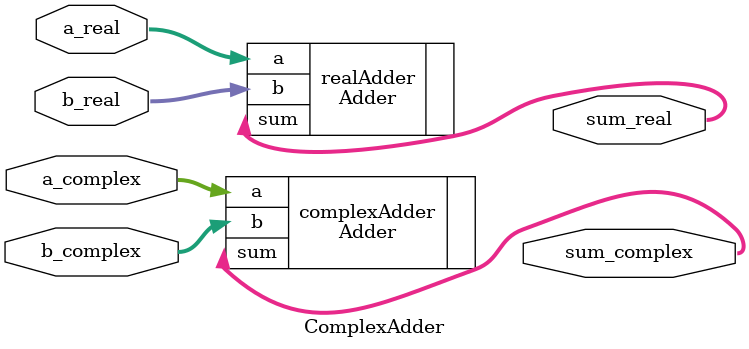
<source format=sv>
module ComplexAdder #(
    parameter SIZE = 16,
    parameter FRAC_BITS = 8
) (
    input [SIZE-1:0] a_real, b_real, a_complex, b_complex,
    output [SIZE-1:0] sum_real, sum_complex
);

/*assign a_real = a[2*SIZE-1:2*SIZE-1 - SIZE];
assign a_complex = a[SIZE-1:0];
assign b_real = b[2*SIZE-1:2*SIZE-1 - SIZE];
assign b_complex = b[SIZE-1:0];*/

Adder #(
    .SIZE(SIZE)
) realAdder (
    .a(a_real),
    .b(b_real),
    .sum(sum_real)
);

Adder #(
    .SIZE(SIZE)
) complexAdder (
    .a(a_complex),
    .b(b_complex),
    .sum(sum_complex)
);

endmodule
</source>
